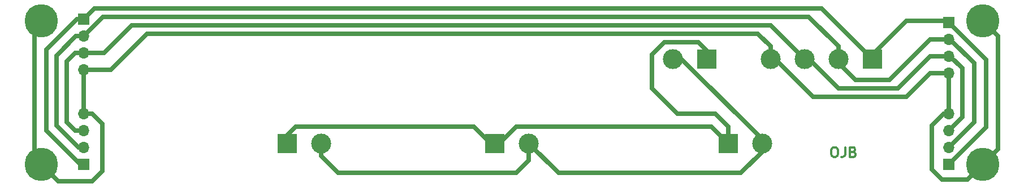
<source format=gtl>
G04 #@! TF.GenerationSoftware,KiCad,Pcbnew,(6.0.7)*
G04 #@! TF.CreationDate,2023-03-22T16:34:50-04:00*
G04 #@! TF.ProjectId,IR FANS LED board,49522046-414e-4532-904c-454420626f61,rev?*
G04 #@! TF.SameCoordinates,Original*
G04 #@! TF.FileFunction,Copper,L1,Top*
G04 #@! TF.FilePolarity,Positive*
%FSLAX46Y46*%
G04 Gerber Fmt 4.6, Leading zero omitted, Abs format (unit mm)*
G04 Created by KiCad (PCBNEW (6.0.7)) date 2023-03-22 16:34:50*
%MOMM*%
%LPD*%
G01*
G04 APERTURE LIST*
%ADD10C,0.300000*%
G04 #@! TA.AperFunction,NonConductor*
%ADD11C,0.300000*%
G04 #@! TD*
G04 #@! TA.AperFunction,ComponentPad*
%ADD12R,3.000000X3.000000*%
G04 #@! TD*
G04 #@! TA.AperFunction,ComponentPad*
%ADD13C,3.000000*%
G04 #@! TD*
G04 #@! TA.AperFunction,ComponentPad*
%ADD14R,1.700000X1.700000*%
G04 #@! TD*
G04 #@! TA.AperFunction,ComponentPad*
%ADD15O,1.700000X1.700000*%
G04 #@! TD*
G04 #@! TA.AperFunction,ViaPad*
%ADD16C,5.000000*%
G04 #@! TD*
G04 #@! TA.AperFunction,Conductor*
%ADD17C,0.635000*%
G04 #@! TD*
G04 APERTURE END LIST*
D10*
D11*
X182177714Y-40580571D02*
X182463428Y-40580571D01*
X182606285Y-40652000D01*
X182749142Y-40794857D01*
X182820571Y-41080571D01*
X182820571Y-41580571D01*
X182749142Y-41866285D01*
X182606285Y-42009142D01*
X182463428Y-42080571D01*
X182177714Y-42080571D01*
X182034857Y-42009142D01*
X181892000Y-41866285D01*
X181820571Y-41580571D01*
X181820571Y-41080571D01*
X181892000Y-40794857D01*
X182034857Y-40652000D01*
X182177714Y-40580571D01*
X183892000Y-40580571D02*
X183892000Y-41652000D01*
X183820571Y-41866285D01*
X183677714Y-42009142D01*
X183463428Y-42080571D01*
X183320571Y-42080571D01*
X185106285Y-41294857D02*
X185320571Y-41366285D01*
X185392000Y-41437714D01*
X185463428Y-41580571D01*
X185463428Y-41794857D01*
X185392000Y-41937714D01*
X185320571Y-42009142D01*
X185177714Y-42080571D01*
X184606285Y-42080571D01*
X184606285Y-40580571D01*
X185106285Y-40580571D01*
X185249142Y-40652000D01*
X185320571Y-40723428D01*
X185392000Y-40866285D01*
X185392000Y-41009142D01*
X185320571Y-41152000D01*
X185249142Y-41223428D01*
X185106285Y-41294857D01*
X184606285Y-41294857D01*
D12*
G04 #@! TO.P,J4,1,Pin_1*
G04 #@! TO.N,/HV5*
X187960000Y-27305000D03*
D13*
G04 #@! TO.P,J4,2,Pin_2*
G04 #@! TO.N,/X*
X182880000Y-27305000D03*
G04 #@! TO.P,J4,3,Pin_3*
G04 #@! TO.N,/12V*
X177800000Y-27305000D03*
G04 #@! TO.P,J4,4,Pin_4*
G04 #@! TO.N,/GND*
X172720000Y-27305000D03*
G04 #@! TD*
D12*
G04 #@! TO.P,J3,1,Pin_1*
G04 #@! TO.N,/IR LED-*
X131445000Y-40005000D03*
D13*
G04 #@! TO.P,J3,2,Pin_2*
G04 #@! TO.N,/IR LED+*
X136525000Y-40005000D03*
G04 #@! TD*
D14*
G04 #@! TO.P,J8,1,Pin_1*
G04 #@! TO.N,/HV5*
X199390000Y-43180000D03*
D15*
G04 #@! TO.P,J8,2,Pin_2*
G04 #@! TO.N,/X*
X199390000Y-40640000D03*
G04 #@! TO.P,J8,3,Pin_3*
G04 #@! TO.N,/12V*
X199390000Y-38100000D03*
G04 #@! TO.P,J8,4,Pin_4*
G04 #@! TO.N,/GND*
X199390000Y-35560000D03*
G04 #@! TD*
D12*
G04 #@! TO.P,J5,1,Pin_1*
G04 #@! TO.N,/IR LED-*
X166370000Y-40005000D03*
D13*
G04 #@! TO.P,J5,2,Pin_2*
G04 #@! TO.N,/IR LED+*
X171450000Y-40005000D03*
G04 #@! TD*
D14*
G04 #@! TO.P,J9,1,Pin_1*
G04 #@! TO.N,/HV5*
X69850000Y-43180000D03*
D15*
G04 #@! TO.P,J9,2,Pin_2*
G04 #@! TO.N,/X*
X69850000Y-40640000D03*
G04 #@! TO.P,J9,3,Pin_3*
G04 #@! TO.N,/12V*
X69850000Y-38100000D03*
G04 #@! TO.P,J9,4,Pin_4*
G04 #@! TO.N,/GND*
X69850000Y-35560000D03*
G04 #@! TD*
D12*
G04 #@! TO.P,J7,1,Pin_1*
G04 #@! TO.N,/IR LED-*
X100330000Y-40005000D03*
D13*
G04 #@! TO.P,J7,2,Pin_2*
G04 #@! TO.N,/IR LED+*
X105410000Y-40005000D03*
G04 #@! TD*
D14*
G04 #@! TO.P,J2,1,Pin_1*
G04 #@! TO.N,/HV5*
X69850000Y-21336000D03*
D15*
G04 #@! TO.P,J2,2,Pin_2*
G04 #@! TO.N,/X*
X69850000Y-23876000D03*
G04 #@! TO.P,J2,3,Pin_3*
G04 #@! TO.N,/12V*
X69850000Y-26416000D03*
G04 #@! TO.P,J2,4,Pin_4*
G04 #@! TO.N,/GND*
X69850000Y-28956000D03*
G04 #@! TD*
D14*
G04 #@! TO.P,J1,1,Pin_1*
G04 #@! TO.N,/HV5*
X199390000Y-21803200D03*
D15*
G04 #@! TO.P,J1,2,Pin_2*
G04 #@! TO.N,/X*
X199390000Y-24343200D03*
G04 #@! TO.P,J1,3,Pin_3*
G04 #@! TO.N,/12V*
X199390000Y-26883200D03*
G04 #@! TO.P,J1,4,Pin_4*
G04 #@! TO.N,/GND*
X199390000Y-29423200D03*
G04 #@! TD*
D12*
G04 #@! TO.P,J6,1,Pin_1*
G04 #@! TO.N,/IR LED-*
X163195000Y-27305000D03*
D13*
G04 #@! TO.P,J6,2,Pin_2*
G04 #@! TO.N,/IR LED+*
X158115000Y-27305000D03*
G04 #@! TD*
D16*
G04 #@! TO.N,/GND*
X204470000Y-21590000D03*
X204470000Y-43180000D03*
X63500000Y-43180000D03*
X63500000Y-21590000D03*
G04 #@! TD*
D17*
G04 #@! TO.N,/HV5*
X64262000Y-38100000D02*
X64262000Y-25908000D01*
X180340000Y-19685000D02*
X187960000Y-27305000D01*
X199390000Y-21803200D02*
X199176800Y-21590000D01*
X199176800Y-21590000D02*
X193040000Y-21590000D01*
X187960000Y-26670000D02*
X187960000Y-27305000D01*
X71501000Y-19685000D02*
X180340000Y-19685000D01*
X193040000Y-21590000D02*
X187960000Y-26670000D01*
X69850000Y-43180000D02*
X69342000Y-43180000D01*
X68834000Y-21336000D02*
X69850000Y-21336000D01*
X204978000Y-37592000D02*
X199390000Y-43180000D01*
X69850000Y-21336000D02*
X71501000Y-19685000D01*
X64262000Y-25908000D02*
X68834000Y-21336000D01*
X69342000Y-43180000D02*
X64262000Y-38100000D01*
X199390000Y-21803200D02*
X204978000Y-27391200D01*
X204978000Y-27391200D02*
X204978000Y-37592000D01*
G04 #@! TO.N,/X*
X69088000Y-40640000D02*
X69850000Y-40640000D01*
X203200000Y-27940000D02*
X203200000Y-36830000D01*
X199390000Y-24343200D02*
X199603200Y-24343200D01*
X68707000Y-23876000D02*
X65786000Y-26797000D01*
X72771000Y-20955000D02*
X178435000Y-20955000D01*
X65786000Y-26797000D02*
X65786000Y-37338000D01*
X196636800Y-24343200D02*
X199390000Y-24343200D01*
X190500000Y-30480000D02*
X196636800Y-24343200D01*
X182880000Y-27305000D02*
X182880000Y-27940000D01*
X185420000Y-30480000D02*
X190500000Y-30480000D01*
X178435000Y-20955000D02*
X182880000Y-25400000D01*
X65786000Y-37338000D02*
X69088000Y-40640000D01*
X69850000Y-23876000D02*
X68707000Y-23876000D01*
X182880000Y-25400000D02*
X182880000Y-27305000D01*
X199603200Y-24343200D02*
X203200000Y-27940000D01*
X203200000Y-36830000D02*
X199390000Y-40640000D01*
X69850000Y-23876000D02*
X72771000Y-20955000D01*
X182880000Y-27940000D02*
X185420000Y-30480000D01*
G04 #@! TO.N,/12V*
X199603200Y-26883200D02*
X201422000Y-28702000D01*
X77089000Y-22225000D02*
X172720000Y-22225000D01*
X69850000Y-26416000D02*
X68580000Y-26416000D01*
X201422000Y-28702000D02*
X201422000Y-36068000D01*
X67310000Y-27686000D02*
X67310000Y-36830000D01*
X199390000Y-26883200D02*
X199603200Y-26883200D01*
X72898000Y-26416000D02*
X77089000Y-22225000D01*
X179070000Y-27940000D02*
X182880000Y-31750000D01*
X172720000Y-22225000D02*
X177800000Y-27305000D01*
X182880000Y-31750000D02*
X191770000Y-31750000D01*
X177800000Y-27305000D02*
X178435000Y-27940000D01*
X68580000Y-26416000D02*
X67310000Y-27686000D01*
X196636800Y-26883200D02*
X199390000Y-26883200D01*
X68580000Y-38100000D02*
X69850000Y-38100000D01*
X67310000Y-36830000D02*
X68580000Y-38100000D01*
X178435000Y-27940000D02*
X179070000Y-27940000D01*
X201422000Y-36068000D02*
X199390000Y-38100000D01*
X69850000Y-26416000D02*
X72898000Y-26416000D01*
X191770000Y-31750000D02*
X196636800Y-26883200D01*
G04 #@! TO.N,/GND*
X63500000Y-21590000D02*
X62484000Y-22606000D01*
X196636800Y-29423200D02*
X199390000Y-29423200D01*
X198374000Y-45466000D02*
X202184000Y-45466000D01*
X71120000Y-45720000D02*
X72644000Y-44196000D01*
X172720000Y-25400000D02*
X172720000Y-27305000D01*
X204470000Y-21590000D02*
X206756000Y-23876000D01*
X198628000Y-35560000D02*
X196850000Y-37338000D01*
X72644000Y-44196000D02*
X72644000Y-37084000D01*
X173355000Y-27940000D02*
X173990000Y-27940000D01*
X62484000Y-22606000D02*
X62484000Y-42164000D01*
X196850000Y-43942000D02*
X198374000Y-45466000D01*
X206756000Y-23876000D02*
X206756000Y-40894000D01*
X170815000Y-23495000D02*
X172720000Y-25400000D01*
X79375000Y-23495000D02*
X170815000Y-23495000D01*
X69850000Y-28956000D02*
X69850000Y-35560000D01*
X72644000Y-37084000D02*
X71120000Y-35560000D01*
X172720000Y-27305000D02*
X173355000Y-27940000D01*
X179070000Y-33020000D02*
X193040000Y-33020000D01*
X199390000Y-29423200D02*
X199390000Y-35560000D01*
X62484000Y-42164000D02*
X63500000Y-43180000D01*
X206756000Y-40894000D02*
X204470000Y-43180000D01*
X196850000Y-37338000D02*
X196850000Y-43942000D01*
X202184000Y-45466000D02*
X204015684Y-43634316D01*
X71120000Y-35560000D02*
X69850000Y-35560000D01*
X63500000Y-43180000D02*
X66040000Y-45720000D01*
X69850000Y-28956000D02*
X73914000Y-28956000D01*
X66040000Y-45720000D02*
X71120000Y-45720000D01*
X73914000Y-28956000D02*
X79375000Y-23495000D01*
X193040000Y-33020000D02*
X196636800Y-29423200D01*
X173990000Y-27940000D02*
X179070000Y-33020000D01*
X199390000Y-35560000D02*
X198628000Y-35560000D01*
G04 #@! TO.N,/IR LED-*
X130810000Y-40005000D02*
X131445000Y-40005000D01*
X164465000Y-35560000D02*
X158750000Y-35560000D01*
X156845000Y-24765000D02*
X161925000Y-24765000D01*
X154940000Y-31750000D02*
X154940000Y-26670000D01*
X100330000Y-40005000D02*
X100330000Y-38735000D01*
X163195000Y-26035000D02*
X163195000Y-27305000D01*
X100330000Y-38735000D02*
X101600000Y-37465000D01*
X163830000Y-37465000D02*
X166370000Y-40005000D01*
X101600000Y-37465000D02*
X128270000Y-37465000D01*
X131445000Y-40005000D02*
X132080000Y-40005000D01*
X161925000Y-24765000D02*
X163195000Y-26035000D01*
X154940000Y-26670000D02*
X156845000Y-24765000D01*
X158750000Y-35560000D02*
X154940000Y-31750000D01*
X128270000Y-37465000D02*
X130810000Y-40005000D01*
X134620000Y-37465000D02*
X163830000Y-37465000D01*
X166370000Y-37465000D02*
X164465000Y-35560000D01*
X132080000Y-40005000D02*
X134620000Y-37465000D01*
X166370000Y-40005000D02*
X166370000Y-37465000D01*
G04 #@! TO.N,/IR LED+*
X171450000Y-39370000D02*
X159385000Y-27305000D01*
X159385000Y-27305000D02*
X158115000Y-27305000D01*
X168275000Y-44450000D02*
X171450000Y-41275000D01*
X136525000Y-42545000D02*
X134620000Y-44450000D01*
X136525000Y-40005000D02*
X140970000Y-44450000D01*
X171450000Y-41275000D02*
X171450000Y-40005000D01*
X134620000Y-44450000D02*
X107950000Y-44450000D01*
X107950000Y-44450000D02*
X105410000Y-41910000D01*
X105410000Y-41910000D02*
X105410000Y-40005000D01*
X171450000Y-40005000D02*
X171450000Y-39370000D01*
X136525000Y-40005000D02*
X136525000Y-42545000D01*
X140970000Y-44450000D02*
X168275000Y-44450000D01*
G04 #@! TD*
M02*

</source>
